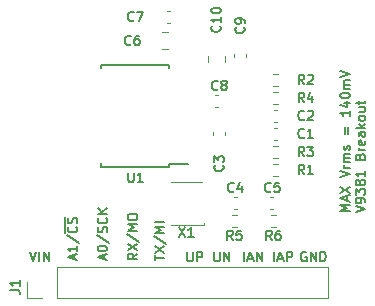
<source format=gbr>
%TF.GenerationSoftware,KiCad,Pcbnew,7.0.7*%
%TF.CreationDate,2025-03-08T19:07:00+10:30*%
%TF.ProjectId,V9381_Breakout,56393338-315f-4427-9265-616b6f75742e,rev?*%
%TF.SameCoordinates,Original*%
%TF.FileFunction,Legend,Top*%
%TF.FilePolarity,Positive*%
%FSLAX46Y46*%
G04 Gerber Fmt 4.6, Leading zero omitted, Abs format (unit mm)*
G04 Created by KiCad (PCBNEW 7.0.7) date 2025-03-08 19:07:00*
%MOMM*%
%LPD*%
G01*
G04 APERTURE LIST*
%ADD10C,0.200000*%
%ADD11C,0.120000*%
%ADD12C,0.150000*%
G04 APERTURE END LIST*
D10*
X137331123Y-104364041D02*
X137331123Y-103983088D01*
X137559695Y-104440231D02*
X136759695Y-104173564D01*
X136759695Y-104173564D02*
X137559695Y-103906898D01*
X137559695Y-103221184D02*
X137559695Y-103678327D01*
X137559695Y-103449755D02*
X136759695Y-103449755D01*
X136759695Y-103449755D02*
X136873980Y-103525946D01*
X136873980Y-103525946D02*
X136950171Y-103602136D01*
X136950171Y-103602136D02*
X136988266Y-103678327D01*
X136721600Y-102306898D02*
X137750171Y-102992612D01*
X137483504Y-101583088D02*
X137521600Y-101621184D01*
X137521600Y-101621184D02*
X137559695Y-101735469D01*
X137559695Y-101735469D02*
X137559695Y-101811660D01*
X137559695Y-101811660D02*
X137521600Y-101925946D01*
X137521600Y-101925946D02*
X137445409Y-102002136D01*
X137445409Y-102002136D02*
X137369219Y-102040231D01*
X137369219Y-102040231D02*
X137216838Y-102078327D01*
X137216838Y-102078327D02*
X137102552Y-102078327D01*
X137102552Y-102078327D02*
X136950171Y-102040231D01*
X136950171Y-102040231D02*
X136873980Y-102002136D01*
X136873980Y-102002136D02*
X136797790Y-101925946D01*
X136797790Y-101925946D02*
X136759695Y-101811660D01*
X136759695Y-101811660D02*
X136759695Y-101735469D01*
X136759695Y-101735469D02*
X136797790Y-101621184D01*
X136797790Y-101621184D02*
X136835885Y-101583088D01*
X137521600Y-101278327D02*
X137559695Y-101164041D01*
X137559695Y-101164041D02*
X137559695Y-100973565D01*
X137559695Y-100973565D02*
X137521600Y-100897374D01*
X137521600Y-100897374D02*
X137483504Y-100859279D01*
X137483504Y-100859279D02*
X137407314Y-100821184D01*
X137407314Y-100821184D02*
X137331123Y-100821184D01*
X137331123Y-100821184D02*
X137254933Y-100859279D01*
X137254933Y-100859279D02*
X137216838Y-100897374D01*
X137216838Y-100897374D02*
X137178742Y-100973565D01*
X137178742Y-100973565D02*
X137140647Y-101125946D01*
X137140647Y-101125946D02*
X137102552Y-101202136D01*
X137102552Y-101202136D02*
X137064457Y-101240231D01*
X137064457Y-101240231D02*
X136988266Y-101278327D01*
X136988266Y-101278327D02*
X136912076Y-101278327D01*
X136912076Y-101278327D02*
X136835885Y-101240231D01*
X136835885Y-101240231D02*
X136797790Y-101202136D01*
X136797790Y-101202136D02*
X136759695Y-101125946D01*
X136759695Y-101125946D02*
X136759695Y-100935469D01*
X136759695Y-100935469D02*
X136797790Y-100821184D01*
X136537600Y-102150708D02*
X136537600Y-100748803D01*
X160655695Y-100261945D02*
X159855695Y-100261945D01*
X159855695Y-100261945D02*
X160427123Y-99995279D01*
X160427123Y-99995279D02*
X159855695Y-99728612D01*
X159855695Y-99728612D02*
X160655695Y-99728612D01*
X160427123Y-99385755D02*
X160427123Y-99004802D01*
X160655695Y-99461945D02*
X159855695Y-99195278D01*
X159855695Y-99195278D02*
X160655695Y-98928612D01*
X159855695Y-98738136D02*
X160655695Y-98204802D01*
X159855695Y-98204802D02*
X160655695Y-98738136D01*
X159855695Y-97404802D02*
X160655695Y-97138135D01*
X160655695Y-97138135D02*
X159855695Y-96871469D01*
X160655695Y-96604802D02*
X160122361Y-96604802D01*
X160274742Y-96604802D02*
X160198552Y-96566707D01*
X160198552Y-96566707D02*
X160160457Y-96528612D01*
X160160457Y-96528612D02*
X160122361Y-96452421D01*
X160122361Y-96452421D02*
X160122361Y-96376231D01*
X160655695Y-96109564D02*
X160122361Y-96109564D01*
X160198552Y-96109564D02*
X160160457Y-96071469D01*
X160160457Y-96071469D02*
X160122361Y-95995279D01*
X160122361Y-95995279D02*
X160122361Y-95880993D01*
X160122361Y-95880993D02*
X160160457Y-95804802D01*
X160160457Y-95804802D02*
X160236647Y-95766707D01*
X160236647Y-95766707D02*
X160655695Y-95766707D01*
X160236647Y-95766707D02*
X160160457Y-95728612D01*
X160160457Y-95728612D02*
X160122361Y-95652421D01*
X160122361Y-95652421D02*
X160122361Y-95538136D01*
X160122361Y-95538136D02*
X160160457Y-95461945D01*
X160160457Y-95461945D02*
X160236647Y-95423850D01*
X160236647Y-95423850D02*
X160655695Y-95423850D01*
X160617600Y-95080993D02*
X160655695Y-95004802D01*
X160655695Y-95004802D02*
X160655695Y-94852421D01*
X160655695Y-94852421D02*
X160617600Y-94776231D01*
X160617600Y-94776231D02*
X160541409Y-94738135D01*
X160541409Y-94738135D02*
X160503314Y-94738135D01*
X160503314Y-94738135D02*
X160427123Y-94776231D01*
X160427123Y-94776231D02*
X160389028Y-94852421D01*
X160389028Y-94852421D02*
X160389028Y-94966707D01*
X160389028Y-94966707D02*
X160350933Y-95042897D01*
X160350933Y-95042897D02*
X160274742Y-95080993D01*
X160274742Y-95080993D02*
X160236647Y-95080993D01*
X160236647Y-95080993D02*
X160160457Y-95042897D01*
X160160457Y-95042897D02*
X160122361Y-94966707D01*
X160122361Y-94966707D02*
X160122361Y-94852421D01*
X160122361Y-94852421D02*
X160160457Y-94776231D01*
X160236647Y-93785754D02*
X160236647Y-93176231D01*
X160465219Y-93176231D02*
X160465219Y-93785754D01*
X160655695Y-91766707D02*
X160655695Y-92223850D01*
X160655695Y-91995278D02*
X159855695Y-91995278D01*
X159855695Y-91995278D02*
X159969980Y-92071469D01*
X159969980Y-92071469D02*
X160046171Y-92147659D01*
X160046171Y-92147659D02*
X160084266Y-92223850D01*
X160122361Y-91080992D02*
X160655695Y-91080992D01*
X159817600Y-91271468D02*
X160389028Y-91461945D01*
X160389028Y-91461945D02*
X160389028Y-90966706D01*
X159855695Y-90509563D02*
X159855695Y-90433373D01*
X159855695Y-90433373D02*
X159893790Y-90357182D01*
X159893790Y-90357182D02*
X159931885Y-90319087D01*
X159931885Y-90319087D02*
X160008076Y-90280992D01*
X160008076Y-90280992D02*
X160160457Y-90242897D01*
X160160457Y-90242897D02*
X160350933Y-90242897D01*
X160350933Y-90242897D02*
X160503314Y-90280992D01*
X160503314Y-90280992D02*
X160579504Y-90319087D01*
X160579504Y-90319087D02*
X160617600Y-90357182D01*
X160617600Y-90357182D02*
X160655695Y-90433373D01*
X160655695Y-90433373D02*
X160655695Y-90509563D01*
X160655695Y-90509563D02*
X160617600Y-90585754D01*
X160617600Y-90585754D02*
X160579504Y-90623849D01*
X160579504Y-90623849D02*
X160503314Y-90661944D01*
X160503314Y-90661944D02*
X160350933Y-90700040D01*
X160350933Y-90700040D02*
X160160457Y-90700040D01*
X160160457Y-90700040D02*
X160008076Y-90661944D01*
X160008076Y-90661944D02*
X159931885Y-90623849D01*
X159931885Y-90623849D02*
X159893790Y-90585754D01*
X159893790Y-90585754D02*
X159855695Y-90509563D01*
X160655695Y-89900039D02*
X160122361Y-89900039D01*
X160198552Y-89900039D02*
X160160457Y-89861944D01*
X160160457Y-89861944D02*
X160122361Y-89785754D01*
X160122361Y-89785754D02*
X160122361Y-89671468D01*
X160122361Y-89671468D02*
X160160457Y-89595277D01*
X160160457Y-89595277D02*
X160236647Y-89557182D01*
X160236647Y-89557182D02*
X160655695Y-89557182D01*
X160236647Y-89557182D02*
X160160457Y-89519087D01*
X160160457Y-89519087D02*
X160122361Y-89442896D01*
X160122361Y-89442896D02*
X160122361Y-89328611D01*
X160122361Y-89328611D02*
X160160457Y-89252420D01*
X160160457Y-89252420D02*
X160236647Y-89214325D01*
X160236647Y-89214325D02*
X160655695Y-89214325D01*
X159855695Y-88947658D02*
X160655695Y-88680991D01*
X160655695Y-88680991D02*
X159855695Y-88414325D01*
X161143695Y-100376231D02*
X161943695Y-100109564D01*
X161943695Y-100109564D02*
X161143695Y-99842898D01*
X161943695Y-99538136D02*
X161943695Y-99385755D01*
X161943695Y-99385755D02*
X161905600Y-99309565D01*
X161905600Y-99309565D02*
X161867504Y-99271469D01*
X161867504Y-99271469D02*
X161753219Y-99195279D01*
X161753219Y-99195279D02*
X161600838Y-99157184D01*
X161600838Y-99157184D02*
X161296076Y-99157184D01*
X161296076Y-99157184D02*
X161219885Y-99195279D01*
X161219885Y-99195279D02*
X161181790Y-99233374D01*
X161181790Y-99233374D02*
X161143695Y-99309565D01*
X161143695Y-99309565D02*
X161143695Y-99461946D01*
X161143695Y-99461946D02*
X161181790Y-99538136D01*
X161181790Y-99538136D02*
X161219885Y-99576231D01*
X161219885Y-99576231D02*
X161296076Y-99614327D01*
X161296076Y-99614327D02*
X161486552Y-99614327D01*
X161486552Y-99614327D02*
X161562742Y-99576231D01*
X161562742Y-99576231D02*
X161600838Y-99538136D01*
X161600838Y-99538136D02*
X161638933Y-99461946D01*
X161638933Y-99461946D02*
X161638933Y-99309565D01*
X161638933Y-99309565D02*
X161600838Y-99233374D01*
X161600838Y-99233374D02*
X161562742Y-99195279D01*
X161562742Y-99195279D02*
X161486552Y-99157184D01*
X161143695Y-98890517D02*
X161143695Y-98395279D01*
X161143695Y-98395279D02*
X161448457Y-98661945D01*
X161448457Y-98661945D02*
X161448457Y-98547660D01*
X161448457Y-98547660D02*
X161486552Y-98471469D01*
X161486552Y-98471469D02*
X161524647Y-98433374D01*
X161524647Y-98433374D02*
X161600838Y-98395279D01*
X161600838Y-98395279D02*
X161791314Y-98395279D01*
X161791314Y-98395279D02*
X161867504Y-98433374D01*
X161867504Y-98433374D02*
X161905600Y-98471469D01*
X161905600Y-98471469D02*
X161943695Y-98547660D01*
X161943695Y-98547660D02*
X161943695Y-98776231D01*
X161943695Y-98776231D02*
X161905600Y-98852422D01*
X161905600Y-98852422D02*
X161867504Y-98890517D01*
X161486552Y-97938136D02*
X161448457Y-98014326D01*
X161448457Y-98014326D02*
X161410361Y-98052421D01*
X161410361Y-98052421D02*
X161334171Y-98090517D01*
X161334171Y-98090517D02*
X161296076Y-98090517D01*
X161296076Y-98090517D02*
X161219885Y-98052421D01*
X161219885Y-98052421D02*
X161181790Y-98014326D01*
X161181790Y-98014326D02*
X161143695Y-97938136D01*
X161143695Y-97938136D02*
X161143695Y-97785755D01*
X161143695Y-97785755D02*
X161181790Y-97709564D01*
X161181790Y-97709564D02*
X161219885Y-97671469D01*
X161219885Y-97671469D02*
X161296076Y-97633374D01*
X161296076Y-97633374D02*
X161334171Y-97633374D01*
X161334171Y-97633374D02*
X161410361Y-97671469D01*
X161410361Y-97671469D02*
X161448457Y-97709564D01*
X161448457Y-97709564D02*
X161486552Y-97785755D01*
X161486552Y-97785755D02*
X161486552Y-97938136D01*
X161486552Y-97938136D02*
X161524647Y-98014326D01*
X161524647Y-98014326D02*
X161562742Y-98052421D01*
X161562742Y-98052421D02*
X161638933Y-98090517D01*
X161638933Y-98090517D02*
X161791314Y-98090517D01*
X161791314Y-98090517D02*
X161867504Y-98052421D01*
X161867504Y-98052421D02*
X161905600Y-98014326D01*
X161905600Y-98014326D02*
X161943695Y-97938136D01*
X161943695Y-97938136D02*
X161943695Y-97785755D01*
X161943695Y-97785755D02*
X161905600Y-97709564D01*
X161905600Y-97709564D02*
X161867504Y-97671469D01*
X161867504Y-97671469D02*
X161791314Y-97633374D01*
X161791314Y-97633374D02*
X161638933Y-97633374D01*
X161638933Y-97633374D02*
X161562742Y-97671469D01*
X161562742Y-97671469D02*
X161524647Y-97709564D01*
X161524647Y-97709564D02*
X161486552Y-97785755D01*
X161943695Y-96871469D02*
X161943695Y-97328612D01*
X161943695Y-97100040D02*
X161143695Y-97100040D01*
X161143695Y-97100040D02*
X161257980Y-97176231D01*
X161257980Y-97176231D02*
X161334171Y-97252421D01*
X161334171Y-97252421D02*
X161372266Y-97328612D01*
X161524647Y-95652421D02*
X161562742Y-95538135D01*
X161562742Y-95538135D02*
X161600838Y-95500040D01*
X161600838Y-95500040D02*
X161677028Y-95461944D01*
X161677028Y-95461944D02*
X161791314Y-95461944D01*
X161791314Y-95461944D02*
X161867504Y-95500040D01*
X161867504Y-95500040D02*
X161905600Y-95538135D01*
X161905600Y-95538135D02*
X161943695Y-95614325D01*
X161943695Y-95614325D02*
X161943695Y-95919087D01*
X161943695Y-95919087D02*
X161143695Y-95919087D01*
X161143695Y-95919087D02*
X161143695Y-95652421D01*
X161143695Y-95652421D02*
X161181790Y-95576230D01*
X161181790Y-95576230D02*
X161219885Y-95538135D01*
X161219885Y-95538135D02*
X161296076Y-95500040D01*
X161296076Y-95500040D02*
X161372266Y-95500040D01*
X161372266Y-95500040D02*
X161448457Y-95538135D01*
X161448457Y-95538135D02*
X161486552Y-95576230D01*
X161486552Y-95576230D02*
X161524647Y-95652421D01*
X161524647Y-95652421D02*
X161524647Y-95919087D01*
X161943695Y-95119087D02*
X161410361Y-95119087D01*
X161562742Y-95119087D02*
X161486552Y-95080992D01*
X161486552Y-95080992D02*
X161448457Y-95042897D01*
X161448457Y-95042897D02*
X161410361Y-94966706D01*
X161410361Y-94966706D02*
X161410361Y-94890516D01*
X161905600Y-94319087D02*
X161943695Y-94395278D01*
X161943695Y-94395278D02*
X161943695Y-94547659D01*
X161943695Y-94547659D02*
X161905600Y-94623849D01*
X161905600Y-94623849D02*
X161829409Y-94661945D01*
X161829409Y-94661945D02*
X161524647Y-94661945D01*
X161524647Y-94661945D02*
X161448457Y-94623849D01*
X161448457Y-94623849D02*
X161410361Y-94547659D01*
X161410361Y-94547659D02*
X161410361Y-94395278D01*
X161410361Y-94395278D02*
X161448457Y-94319087D01*
X161448457Y-94319087D02*
X161524647Y-94280992D01*
X161524647Y-94280992D02*
X161600838Y-94280992D01*
X161600838Y-94280992D02*
X161677028Y-94661945D01*
X161943695Y-93595278D02*
X161524647Y-93595278D01*
X161524647Y-93595278D02*
X161448457Y-93633373D01*
X161448457Y-93633373D02*
X161410361Y-93709564D01*
X161410361Y-93709564D02*
X161410361Y-93861945D01*
X161410361Y-93861945D02*
X161448457Y-93938135D01*
X161905600Y-93595278D02*
X161943695Y-93671469D01*
X161943695Y-93671469D02*
X161943695Y-93861945D01*
X161943695Y-93861945D02*
X161905600Y-93938135D01*
X161905600Y-93938135D02*
X161829409Y-93976231D01*
X161829409Y-93976231D02*
X161753219Y-93976231D01*
X161753219Y-93976231D02*
X161677028Y-93938135D01*
X161677028Y-93938135D02*
X161638933Y-93861945D01*
X161638933Y-93861945D02*
X161638933Y-93671469D01*
X161638933Y-93671469D02*
X161600838Y-93595278D01*
X161943695Y-93214325D02*
X161143695Y-93214325D01*
X161638933Y-93138135D02*
X161943695Y-92909563D01*
X161410361Y-92909563D02*
X161715123Y-93214325D01*
X161943695Y-92452421D02*
X161905600Y-92528611D01*
X161905600Y-92528611D02*
X161867504Y-92566706D01*
X161867504Y-92566706D02*
X161791314Y-92604802D01*
X161791314Y-92604802D02*
X161562742Y-92604802D01*
X161562742Y-92604802D02*
X161486552Y-92566706D01*
X161486552Y-92566706D02*
X161448457Y-92528611D01*
X161448457Y-92528611D02*
X161410361Y-92452421D01*
X161410361Y-92452421D02*
X161410361Y-92338135D01*
X161410361Y-92338135D02*
X161448457Y-92261944D01*
X161448457Y-92261944D02*
X161486552Y-92223849D01*
X161486552Y-92223849D02*
X161562742Y-92185754D01*
X161562742Y-92185754D02*
X161791314Y-92185754D01*
X161791314Y-92185754D02*
X161867504Y-92223849D01*
X161867504Y-92223849D02*
X161905600Y-92261944D01*
X161905600Y-92261944D02*
X161943695Y-92338135D01*
X161943695Y-92338135D02*
X161943695Y-92452421D01*
X161410361Y-91500039D02*
X161943695Y-91500039D01*
X161410361Y-91842896D02*
X161829409Y-91842896D01*
X161829409Y-91842896D02*
X161905600Y-91804801D01*
X161905600Y-91804801D02*
X161943695Y-91728611D01*
X161943695Y-91728611D02*
X161943695Y-91614325D01*
X161943695Y-91614325D02*
X161905600Y-91538134D01*
X161905600Y-91538134D02*
X161867504Y-91500039D01*
X161410361Y-91233372D02*
X161410361Y-90928610D01*
X161143695Y-91119086D02*
X161829409Y-91119086D01*
X161829409Y-91119086D02*
X161905600Y-91080991D01*
X161905600Y-91080991D02*
X161943695Y-91004801D01*
X161943695Y-91004801D02*
X161943695Y-90928610D01*
X151706054Y-104539695D02*
X151706054Y-103739695D01*
X152048910Y-104311123D02*
X152429863Y-104311123D01*
X151972720Y-104539695D02*
X152239387Y-103739695D01*
X152239387Y-103739695D02*
X152506053Y-104539695D01*
X152772720Y-104539695D02*
X152772720Y-103739695D01*
X152772720Y-103739695D02*
X153229863Y-104539695D01*
X153229863Y-104539695D02*
X153229863Y-103739695D01*
X144125695Y-104440231D02*
X144125695Y-103983088D01*
X144925695Y-104211660D02*
X144125695Y-104211660D01*
X144125695Y-103792612D02*
X144925695Y-103259278D01*
X144125695Y-103259278D02*
X144925695Y-103792612D01*
X144087600Y-102383088D02*
X145116171Y-103068802D01*
X144925695Y-102116421D02*
X144125695Y-102116421D01*
X144125695Y-102116421D02*
X144697123Y-101849755D01*
X144697123Y-101849755D02*
X144125695Y-101583088D01*
X144125695Y-101583088D02*
X144925695Y-101583088D01*
X144925695Y-101202135D02*
X144125695Y-101202135D01*
X139871123Y-104364041D02*
X139871123Y-103983088D01*
X140099695Y-104440231D02*
X139299695Y-104173564D01*
X139299695Y-104173564D02*
X140099695Y-103906898D01*
X139299695Y-103487850D02*
X139299695Y-103411660D01*
X139299695Y-103411660D02*
X139337790Y-103335469D01*
X139337790Y-103335469D02*
X139375885Y-103297374D01*
X139375885Y-103297374D02*
X139452076Y-103259279D01*
X139452076Y-103259279D02*
X139604457Y-103221184D01*
X139604457Y-103221184D02*
X139794933Y-103221184D01*
X139794933Y-103221184D02*
X139947314Y-103259279D01*
X139947314Y-103259279D02*
X140023504Y-103297374D01*
X140023504Y-103297374D02*
X140061600Y-103335469D01*
X140061600Y-103335469D02*
X140099695Y-103411660D01*
X140099695Y-103411660D02*
X140099695Y-103487850D01*
X140099695Y-103487850D02*
X140061600Y-103564041D01*
X140061600Y-103564041D02*
X140023504Y-103602136D01*
X140023504Y-103602136D02*
X139947314Y-103640231D01*
X139947314Y-103640231D02*
X139794933Y-103678327D01*
X139794933Y-103678327D02*
X139604457Y-103678327D01*
X139604457Y-103678327D02*
X139452076Y-103640231D01*
X139452076Y-103640231D02*
X139375885Y-103602136D01*
X139375885Y-103602136D02*
X139337790Y-103564041D01*
X139337790Y-103564041D02*
X139299695Y-103487850D01*
X139261600Y-102306898D02*
X140290171Y-102992612D01*
X140061600Y-102078327D02*
X140099695Y-101964041D01*
X140099695Y-101964041D02*
X140099695Y-101773565D01*
X140099695Y-101773565D02*
X140061600Y-101697374D01*
X140061600Y-101697374D02*
X140023504Y-101659279D01*
X140023504Y-101659279D02*
X139947314Y-101621184D01*
X139947314Y-101621184D02*
X139871123Y-101621184D01*
X139871123Y-101621184D02*
X139794933Y-101659279D01*
X139794933Y-101659279D02*
X139756838Y-101697374D01*
X139756838Y-101697374D02*
X139718742Y-101773565D01*
X139718742Y-101773565D02*
X139680647Y-101925946D01*
X139680647Y-101925946D02*
X139642552Y-102002136D01*
X139642552Y-102002136D02*
X139604457Y-102040231D01*
X139604457Y-102040231D02*
X139528266Y-102078327D01*
X139528266Y-102078327D02*
X139452076Y-102078327D01*
X139452076Y-102078327D02*
X139375885Y-102040231D01*
X139375885Y-102040231D02*
X139337790Y-102002136D01*
X139337790Y-102002136D02*
X139299695Y-101925946D01*
X139299695Y-101925946D02*
X139299695Y-101735469D01*
X139299695Y-101735469D02*
X139337790Y-101621184D01*
X140023504Y-100821183D02*
X140061600Y-100859279D01*
X140061600Y-100859279D02*
X140099695Y-100973564D01*
X140099695Y-100973564D02*
X140099695Y-101049755D01*
X140099695Y-101049755D02*
X140061600Y-101164041D01*
X140061600Y-101164041D02*
X139985409Y-101240231D01*
X139985409Y-101240231D02*
X139909219Y-101278326D01*
X139909219Y-101278326D02*
X139756838Y-101316422D01*
X139756838Y-101316422D02*
X139642552Y-101316422D01*
X139642552Y-101316422D02*
X139490171Y-101278326D01*
X139490171Y-101278326D02*
X139413980Y-101240231D01*
X139413980Y-101240231D02*
X139337790Y-101164041D01*
X139337790Y-101164041D02*
X139299695Y-101049755D01*
X139299695Y-101049755D02*
X139299695Y-100973564D01*
X139299695Y-100973564D02*
X139337790Y-100859279D01*
X139337790Y-100859279D02*
X139375885Y-100821183D01*
X140099695Y-100478326D02*
X139299695Y-100478326D01*
X140099695Y-100021183D02*
X139642552Y-100364041D01*
X139299695Y-100021183D02*
X139756838Y-100478326D01*
X149166054Y-103739695D02*
X149166054Y-104387314D01*
X149166054Y-104387314D02*
X149204149Y-104463504D01*
X149204149Y-104463504D02*
X149242244Y-104501600D01*
X149242244Y-104501600D02*
X149318435Y-104539695D01*
X149318435Y-104539695D02*
X149470816Y-104539695D01*
X149470816Y-104539695D02*
X149547006Y-104501600D01*
X149547006Y-104501600D02*
X149585101Y-104463504D01*
X149585101Y-104463504D02*
X149623197Y-104387314D01*
X149623197Y-104387314D02*
X149623197Y-103739695D01*
X150004149Y-104539695D02*
X150004149Y-103739695D01*
X150004149Y-103739695D02*
X150461292Y-104539695D01*
X150461292Y-104539695D02*
X150461292Y-103739695D01*
X146880054Y-103739695D02*
X146880054Y-104387314D01*
X146880054Y-104387314D02*
X146918149Y-104463504D01*
X146918149Y-104463504D02*
X146956244Y-104501600D01*
X146956244Y-104501600D02*
X147032435Y-104539695D01*
X147032435Y-104539695D02*
X147184816Y-104539695D01*
X147184816Y-104539695D02*
X147261006Y-104501600D01*
X147261006Y-104501600D02*
X147299101Y-104463504D01*
X147299101Y-104463504D02*
X147337197Y-104387314D01*
X147337197Y-104387314D02*
X147337197Y-103739695D01*
X147718149Y-104539695D02*
X147718149Y-103739695D01*
X147718149Y-103739695D02*
X148022911Y-103739695D01*
X148022911Y-103739695D02*
X148099101Y-103777790D01*
X148099101Y-103777790D02*
X148137196Y-103815885D01*
X148137196Y-103815885D02*
X148175292Y-103892076D01*
X148175292Y-103892076D02*
X148175292Y-104006361D01*
X148175292Y-104006361D02*
X148137196Y-104082552D01*
X148137196Y-104082552D02*
X148099101Y-104120647D01*
X148099101Y-104120647D02*
X148022911Y-104158742D01*
X148022911Y-104158742D02*
X147718149Y-104158742D01*
X142639695Y-103868802D02*
X142258742Y-104135469D01*
X142639695Y-104325945D02*
X141839695Y-104325945D01*
X141839695Y-104325945D02*
X141839695Y-104021183D01*
X141839695Y-104021183D02*
X141877790Y-103944993D01*
X141877790Y-103944993D02*
X141915885Y-103906898D01*
X141915885Y-103906898D02*
X141992076Y-103868802D01*
X141992076Y-103868802D02*
X142106361Y-103868802D01*
X142106361Y-103868802D02*
X142182552Y-103906898D01*
X142182552Y-103906898D02*
X142220647Y-103944993D01*
X142220647Y-103944993D02*
X142258742Y-104021183D01*
X142258742Y-104021183D02*
X142258742Y-104325945D01*
X141839695Y-103602136D02*
X142639695Y-103068802D01*
X141839695Y-103068802D02*
X142639695Y-103602136D01*
X141801600Y-102192612D02*
X142830171Y-102878326D01*
X142639695Y-101925945D02*
X141839695Y-101925945D01*
X141839695Y-101925945D02*
X142411123Y-101659279D01*
X142411123Y-101659279D02*
X141839695Y-101392612D01*
X141839695Y-101392612D02*
X142639695Y-101392612D01*
X141839695Y-100859278D02*
X141839695Y-100706897D01*
X141839695Y-100706897D02*
X141877790Y-100630707D01*
X141877790Y-100630707D02*
X141953980Y-100554516D01*
X141953980Y-100554516D02*
X142106361Y-100516421D01*
X142106361Y-100516421D02*
X142373028Y-100516421D01*
X142373028Y-100516421D02*
X142525409Y-100554516D01*
X142525409Y-100554516D02*
X142601600Y-100630707D01*
X142601600Y-100630707D02*
X142639695Y-100706897D01*
X142639695Y-100706897D02*
X142639695Y-100859278D01*
X142639695Y-100859278D02*
X142601600Y-100935469D01*
X142601600Y-100935469D02*
X142525409Y-101011659D01*
X142525409Y-101011659D02*
X142373028Y-101049755D01*
X142373028Y-101049755D02*
X142106361Y-101049755D01*
X142106361Y-101049755D02*
X141953980Y-101011659D01*
X141953980Y-101011659D02*
X141877790Y-100935469D01*
X141877790Y-100935469D02*
X141839695Y-100859278D01*
X133557768Y-103739695D02*
X133824435Y-104539695D01*
X133824435Y-104539695D02*
X134091101Y-103739695D01*
X134357768Y-104539695D02*
X134357768Y-103739695D01*
X134738720Y-104539695D02*
X134738720Y-103739695D01*
X134738720Y-103739695D02*
X135195863Y-104539695D01*
X135195863Y-104539695D02*
X135195863Y-103739695D01*
X156951101Y-103777790D02*
X156874911Y-103739695D01*
X156874911Y-103739695D02*
X156760625Y-103739695D01*
X156760625Y-103739695D02*
X156646339Y-103777790D01*
X156646339Y-103777790D02*
X156570149Y-103853980D01*
X156570149Y-103853980D02*
X156532054Y-103930171D01*
X156532054Y-103930171D02*
X156493958Y-104082552D01*
X156493958Y-104082552D02*
X156493958Y-104196838D01*
X156493958Y-104196838D02*
X156532054Y-104349219D01*
X156532054Y-104349219D02*
X156570149Y-104425409D01*
X156570149Y-104425409D02*
X156646339Y-104501600D01*
X156646339Y-104501600D02*
X156760625Y-104539695D01*
X156760625Y-104539695D02*
X156836816Y-104539695D01*
X156836816Y-104539695D02*
X156951101Y-104501600D01*
X156951101Y-104501600D02*
X156989197Y-104463504D01*
X156989197Y-104463504D02*
X156989197Y-104196838D01*
X156989197Y-104196838D02*
X156836816Y-104196838D01*
X157332054Y-104539695D02*
X157332054Y-103739695D01*
X157332054Y-103739695D02*
X157789197Y-104539695D01*
X157789197Y-104539695D02*
X157789197Y-103739695D01*
X158170149Y-104539695D02*
X158170149Y-103739695D01*
X158170149Y-103739695D02*
X158360625Y-103739695D01*
X158360625Y-103739695D02*
X158474911Y-103777790D01*
X158474911Y-103777790D02*
X158551101Y-103853980D01*
X158551101Y-103853980D02*
X158589196Y-103930171D01*
X158589196Y-103930171D02*
X158627292Y-104082552D01*
X158627292Y-104082552D02*
X158627292Y-104196838D01*
X158627292Y-104196838D02*
X158589196Y-104349219D01*
X158589196Y-104349219D02*
X158551101Y-104425409D01*
X158551101Y-104425409D02*
X158474911Y-104501600D01*
X158474911Y-104501600D02*
X158360625Y-104539695D01*
X158360625Y-104539695D02*
X158170149Y-104539695D01*
X154246054Y-104539695D02*
X154246054Y-103739695D01*
X154588910Y-104311123D02*
X154969863Y-104311123D01*
X154512720Y-104539695D02*
X154779387Y-103739695D01*
X154779387Y-103739695D02*
X155046053Y-104539695D01*
X155312720Y-104539695D02*
X155312720Y-103739695D01*
X155312720Y-103739695D02*
X155617482Y-103739695D01*
X155617482Y-103739695D02*
X155693672Y-103777790D01*
X155693672Y-103777790D02*
X155731767Y-103815885D01*
X155731767Y-103815885D02*
X155769863Y-103892076D01*
X155769863Y-103892076D02*
X155769863Y-104006361D01*
X155769863Y-104006361D02*
X155731767Y-104082552D01*
X155731767Y-104082552D02*
X155693672Y-104120647D01*
X155693672Y-104120647D02*
X155617482Y-104158742D01*
X155617482Y-104158742D02*
X155312720Y-104158742D01*
X146177380Y-101636695D02*
X146710714Y-102436695D01*
X146710714Y-101636695D02*
X146177380Y-102436695D01*
X147434523Y-102436695D02*
X146977380Y-102436695D01*
X147205952Y-102436695D02*
X147205952Y-101636695D01*
X147205952Y-101636695D02*
X147129761Y-101750980D01*
X147129761Y-101750980D02*
X147053571Y-101827171D01*
X147053571Y-101827171D02*
X146977380Y-101865266D01*
X156775667Y-94009504D02*
X156737571Y-94047600D01*
X156737571Y-94047600D02*
X156623286Y-94085695D01*
X156623286Y-94085695D02*
X156547095Y-94085695D01*
X156547095Y-94085695D02*
X156432809Y-94047600D01*
X156432809Y-94047600D02*
X156356619Y-93971409D01*
X156356619Y-93971409D02*
X156318524Y-93895219D01*
X156318524Y-93895219D02*
X156280428Y-93742838D01*
X156280428Y-93742838D02*
X156280428Y-93628552D01*
X156280428Y-93628552D02*
X156318524Y-93476171D01*
X156318524Y-93476171D02*
X156356619Y-93399980D01*
X156356619Y-93399980D02*
X156432809Y-93323790D01*
X156432809Y-93323790D02*
X156547095Y-93285695D01*
X156547095Y-93285695D02*
X156623286Y-93285695D01*
X156623286Y-93285695D02*
X156737571Y-93323790D01*
X156737571Y-93323790D02*
X156775667Y-93361885D01*
X157537571Y-94085695D02*
X157080428Y-94085695D01*
X157309000Y-94085695D02*
X157309000Y-93285695D01*
X157309000Y-93285695D02*
X157232809Y-93399980D01*
X157232809Y-93399980D02*
X157156619Y-93476171D01*
X157156619Y-93476171D02*
X157080428Y-93514266D01*
X156775667Y-97133695D02*
X156509000Y-96752742D01*
X156318524Y-97133695D02*
X156318524Y-96333695D01*
X156318524Y-96333695D02*
X156623286Y-96333695D01*
X156623286Y-96333695D02*
X156699476Y-96371790D01*
X156699476Y-96371790D02*
X156737571Y-96409885D01*
X156737571Y-96409885D02*
X156775667Y-96486076D01*
X156775667Y-96486076D02*
X156775667Y-96600361D01*
X156775667Y-96600361D02*
X156737571Y-96676552D01*
X156737571Y-96676552D02*
X156699476Y-96714647D01*
X156699476Y-96714647D02*
X156623286Y-96752742D01*
X156623286Y-96752742D02*
X156318524Y-96752742D01*
X157537571Y-97133695D02*
X157080428Y-97133695D01*
X157309000Y-97133695D02*
X157309000Y-96333695D01*
X157309000Y-96333695D02*
X157232809Y-96447980D01*
X157232809Y-96447980D02*
X157156619Y-96524171D01*
X157156619Y-96524171D02*
X157080428Y-96562266D01*
X156775667Y-95609695D02*
X156509000Y-95228742D01*
X156318524Y-95609695D02*
X156318524Y-94809695D01*
X156318524Y-94809695D02*
X156623286Y-94809695D01*
X156623286Y-94809695D02*
X156699476Y-94847790D01*
X156699476Y-94847790D02*
X156737571Y-94885885D01*
X156737571Y-94885885D02*
X156775667Y-94962076D01*
X156775667Y-94962076D02*
X156775667Y-95076361D01*
X156775667Y-95076361D02*
X156737571Y-95152552D01*
X156737571Y-95152552D02*
X156699476Y-95190647D01*
X156699476Y-95190647D02*
X156623286Y-95228742D01*
X156623286Y-95228742D02*
X156318524Y-95228742D01*
X157042333Y-94809695D02*
X157537571Y-94809695D01*
X157537571Y-94809695D02*
X157270905Y-95114457D01*
X157270905Y-95114457D02*
X157385190Y-95114457D01*
X157385190Y-95114457D02*
X157461381Y-95152552D01*
X157461381Y-95152552D02*
X157499476Y-95190647D01*
X157499476Y-95190647D02*
X157537571Y-95266838D01*
X157537571Y-95266838D02*
X157537571Y-95457314D01*
X157537571Y-95457314D02*
X157499476Y-95533504D01*
X157499476Y-95533504D02*
X157461381Y-95571600D01*
X157461381Y-95571600D02*
X157385190Y-95609695D01*
X157385190Y-95609695D02*
X157156619Y-95609695D01*
X157156619Y-95609695D02*
X157080428Y-95571600D01*
X157080428Y-95571600D02*
X157042333Y-95533504D01*
X149889504Y-96399332D02*
X149927600Y-96437428D01*
X149927600Y-96437428D02*
X149965695Y-96551713D01*
X149965695Y-96551713D02*
X149965695Y-96627904D01*
X149965695Y-96627904D02*
X149927600Y-96742190D01*
X149927600Y-96742190D02*
X149851409Y-96818380D01*
X149851409Y-96818380D02*
X149775219Y-96856475D01*
X149775219Y-96856475D02*
X149622838Y-96894571D01*
X149622838Y-96894571D02*
X149508552Y-96894571D01*
X149508552Y-96894571D02*
X149356171Y-96856475D01*
X149356171Y-96856475D02*
X149279980Y-96818380D01*
X149279980Y-96818380D02*
X149203790Y-96742190D01*
X149203790Y-96742190D02*
X149165695Y-96627904D01*
X149165695Y-96627904D02*
X149165695Y-96551713D01*
X149165695Y-96551713D02*
X149203790Y-96437428D01*
X149203790Y-96437428D02*
X149241885Y-96399332D01*
X149165695Y-96132666D02*
X149165695Y-95637428D01*
X149165695Y-95637428D02*
X149470457Y-95904094D01*
X149470457Y-95904094D02*
X149470457Y-95789809D01*
X149470457Y-95789809D02*
X149508552Y-95713618D01*
X149508552Y-95713618D02*
X149546647Y-95675523D01*
X149546647Y-95675523D02*
X149622838Y-95637428D01*
X149622838Y-95637428D02*
X149813314Y-95637428D01*
X149813314Y-95637428D02*
X149889504Y-95675523D01*
X149889504Y-95675523D02*
X149927600Y-95713618D01*
X149927600Y-95713618D02*
X149965695Y-95789809D01*
X149965695Y-95789809D02*
X149965695Y-96018380D01*
X149965695Y-96018380D02*
X149927600Y-96094571D01*
X149927600Y-96094571D02*
X149889504Y-96132666D01*
X149635504Y-84588285D02*
X149673600Y-84626381D01*
X149673600Y-84626381D02*
X149711695Y-84740666D01*
X149711695Y-84740666D02*
X149711695Y-84816857D01*
X149711695Y-84816857D02*
X149673600Y-84931143D01*
X149673600Y-84931143D02*
X149597409Y-85007333D01*
X149597409Y-85007333D02*
X149521219Y-85045428D01*
X149521219Y-85045428D02*
X149368838Y-85083524D01*
X149368838Y-85083524D02*
X149254552Y-85083524D01*
X149254552Y-85083524D02*
X149102171Y-85045428D01*
X149102171Y-85045428D02*
X149025980Y-85007333D01*
X149025980Y-85007333D02*
X148949790Y-84931143D01*
X148949790Y-84931143D02*
X148911695Y-84816857D01*
X148911695Y-84816857D02*
X148911695Y-84740666D01*
X148911695Y-84740666D02*
X148949790Y-84626381D01*
X148949790Y-84626381D02*
X148987885Y-84588285D01*
X149711695Y-83826381D02*
X149711695Y-84283524D01*
X149711695Y-84054952D02*
X148911695Y-84054952D01*
X148911695Y-84054952D02*
X149025980Y-84131143D01*
X149025980Y-84131143D02*
X149102171Y-84207333D01*
X149102171Y-84207333D02*
X149140266Y-84283524D01*
X148911695Y-83331142D02*
X148911695Y-83254952D01*
X148911695Y-83254952D02*
X148949790Y-83178761D01*
X148949790Y-83178761D02*
X148987885Y-83140666D01*
X148987885Y-83140666D02*
X149064076Y-83102571D01*
X149064076Y-83102571D02*
X149216457Y-83064476D01*
X149216457Y-83064476D02*
X149406933Y-83064476D01*
X149406933Y-83064476D02*
X149559314Y-83102571D01*
X149559314Y-83102571D02*
X149635504Y-83140666D01*
X149635504Y-83140666D02*
X149673600Y-83178761D01*
X149673600Y-83178761D02*
X149711695Y-83254952D01*
X149711695Y-83254952D02*
X149711695Y-83331142D01*
X149711695Y-83331142D02*
X149673600Y-83407333D01*
X149673600Y-83407333D02*
X149635504Y-83445428D01*
X149635504Y-83445428D02*
X149559314Y-83483523D01*
X149559314Y-83483523D02*
X149406933Y-83521619D01*
X149406933Y-83521619D02*
X149216457Y-83521619D01*
X149216457Y-83521619D02*
X149064076Y-83483523D01*
X149064076Y-83483523D02*
X148987885Y-83445428D01*
X148987885Y-83445428D02*
X148949790Y-83407333D01*
X148949790Y-83407333D02*
X148911695Y-83331142D01*
X154044667Y-102721695D02*
X153778000Y-102340742D01*
X153587524Y-102721695D02*
X153587524Y-101921695D01*
X153587524Y-101921695D02*
X153892286Y-101921695D01*
X153892286Y-101921695D02*
X153968476Y-101959790D01*
X153968476Y-101959790D02*
X154006571Y-101997885D01*
X154006571Y-101997885D02*
X154044667Y-102074076D01*
X154044667Y-102074076D02*
X154044667Y-102188361D01*
X154044667Y-102188361D02*
X154006571Y-102264552D01*
X154006571Y-102264552D02*
X153968476Y-102302647D01*
X153968476Y-102302647D02*
X153892286Y-102340742D01*
X153892286Y-102340742D02*
X153587524Y-102340742D01*
X154730381Y-101921695D02*
X154578000Y-101921695D01*
X154578000Y-101921695D02*
X154501809Y-101959790D01*
X154501809Y-101959790D02*
X154463714Y-101997885D01*
X154463714Y-101997885D02*
X154387524Y-102112171D01*
X154387524Y-102112171D02*
X154349428Y-102264552D01*
X154349428Y-102264552D02*
X154349428Y-102569314D01*
X154349428Y-102569314D02*
X154387524Y-102645504D01*
X154387524Y-102645504D02*
X154425619Y-102683600D01*
X154425619Y-102683600D02*
X154501809Y-102721695D01*
X154501809Y-102721695D02*
X154654190Y-102721695D01*
X154654190Y-102721695D02*
X154730381Y-102683600D01*
X154730381Y-102683600D02*
X154768476Y-102645504D01*
X154768476Y-102645504D02*
X154806571Y-102569314D01*
X154806571Y-102569314D02*
X154806571Y-102378838D01*
X154806571Y-102378838D02*
X154768476Y-102302647D01*
X154768476Y-102302647D02*
X154730381Y-102264552D01*
X154730381Y-102264552D02*
X154654190Y-102226457D01*
X154654190Y-102226457D02*
X154501809Y-102226457D01*
X154501809Y-102226457D02*
X154425619Y-102264552D01*
X154425619Y-102264552D02*
X154387524Y-102302647D01*
X154387524Y-102302647D02*
X154349428Y-102378838D01*
X131893695Y-106946666D02*
X132465123Y-106946666D01*
X132465123Y-106946666D02*
X132579409Y-106984761D01*
X132579409Y-106984761D02*
X132655600Y-107060952D01*
X132655600Y-107060952D02*
X132693695Y-107175237D01*
X132693695Y-107175237D02*
X132693695Y-107251428D01*
X132693695Y-106146666D02*
X132693695Y-106603809D01*
X132693695Y-106375237D02*
X131893695Y-106375237D01*
X131893695Y-106375237D02*
X132007980Y-106451428D01*
X132007980Y-106451428D02*
X132084171Y-106527618D01*
X132084171Y-106527618D02*
X132122266Y-106603809D01*
X142360667Y-84103504D02*
X142322571Y-84141600D01*
X142322571Y-84141600D02*
X142208286Y-84179695D01*
X142208286Y-84179695D02*
X142132095Y-84179695D01*
X142132095Y-84179695D02*
X142017809Y-84141600D01*
X142017809Y-84141600D02*
X141941619Y-84065409D01*
X141941619Y-84065409D02*
X141903524Y-83989219D01*
X141903524Y-83989219D02*
X141865428Y-83836838D01*
X141865428Y-83836838D02*
X141865428Y-83722552D01*
X141865428Y-83722552D02*
X141903524Y-83570171D01*
X141903524Y-83570171D02*
X141941619Y-83493980D01*
X141941619Y-83493980D02*
X142017809Y-83417790D01*
X142017809Y-83417790D02*
X142132095Y-83379695D01*
X142132095Y-83379695D02*
X142208286Y-83379695D01*
X142208286Y-83379695D02*
X142322571Y-83417790D01*
X142322571Y-83417790D02*
X142360667Y-83455885D01*
X142627333Y-83379695D02*
X143160667Y-83379695D01*
X143160667Y-83379695D02*
X142817809Y-84179695D01*
X150830667Y-98581504D02*
X150792571Y-98619600D01*
X150792571Y-98619600D02*
X150678286Y-98657695D01*
X150678286Y-98657695D02*
X150602095Y-98657695D01*
X150602095Y-98657695D02*
X150487809Y-98619600D01*
X150487809Y-98619600D02*
X150411619Y-98543409D01*
X150411619Y-98543409D02*
X150373524Y-98467219D01*
X150373524Y-98467219D02*
X150335428Y-98314838D01*
X150335428Y-98314838D02*
X150335428Y-98200552D01*
X150335428Y-98200552D02*
X150373524Y-98048171D01*
X150373524Y-98048171D02*
X150411619Y-97971980D01*
X150411619Y-97971980D02*
X150487809Y-97895790D01*
X150487809Y-97895790D02*
X150602095Y-97857695D01*
X150602095Y-97857695D02*
X150678286Y-97857695D01*
X150678286Y-97857695D02*
X150792571Y-97895790D01*
X150792571Y-97895790D02*
X150830667Y-97933885D01*
X151516381Y-98124361D02*
X151516381Y-98657695D01*
X151325905Y-97819600D02*
X151135428Y-98391028D01*
X151135428Y-98391028D02*
X151630667Y-98391028D01*
X156775667Y-91037695D02*
X156509000Y-90656742D01*
X156318524Y-91037695D02*
X156318524Y-90237695D01*
X156318524Y-90237695D02*
X156623286Y-90237695D01*
X156623286Y-90237695D02*
X156699476Y-90275790D01*
X156699476Y-90275790D02*
X156737571Y-90313885D01*
X156737571Y-90313885D02*
X156775667Y-90390076D01*
X156775667Y-90390076D02*
X156775667Y-90504361D01*
X156775667Y-90504361D02*
X156737571Y-90580552D01*
X156737571Y-90580552D02*
X156699476Y-90618647D01*
X156699476Y-90618647D02*
X156623286Y-90656742D01*
X156623286Y-90656742D02*
X156318524Y-90656742D01*
X157461381Y-90504361D02*
X157461381Y-91037695D01*
X157270905Y-90199600D02*
X157080428Y-90771028D01*
X157080428Y-90771028D02*
X157575667Y-90771028D01*
X149472667Y-89945504D02*
X149434571Y-89983600D01*
X149434571Y-89983600D02*
X149320286Y-90021695D01*
X149320286Y-90021695D02*
X149244095Y-90021695D01*
X149244095Y-90021695D02*
X149129809Y-89983600D01*
X149129809Y-89983600D02*
X149053619Y-89907409D01*
X149053619Y-89907409D02*
X149015524Y-89831219D01*
X149015524Y-89831219D02*
X148977428Y-89678838D01*
X148977428Y-89678838D02*
X148977428Y-89564552D01*
X148977428Y-89564552D02*
X149015524Y-89412171D01*
X149015524Y-89412171D02*
X149053619Y-89335980D01*
X149053619Y-89335980D02*
X149129809Y-89259790D01*
X149129809Y-89259790D02*
X149244095Y-89221695D01*
X149244095Y-89221695D02*
X149320286Y-89221695D01*
X149320286Y-89221695D02*
X149434571Y-89259790D01*
X149434571Y-89259790D02*
X149472667Y-89297885D01*
X149929809Y-89564552D02*
X149853619Y-89526457D01*
X149853619Y-89526457D02*
X149815524Y-89488361D01*
X149815524Y-89488361D02*
X149777428Y-89412171D01*
X149777428Y-89412171D02*
X149777428Y-89374076D01*
X149777428Y-89374076D02*
X149815524Y-89297885D01*
X149815524Y-89297885D02*
X149853619Y-89259790D01*
X149853619Y-89259790D02*
X149929809Y-89221695D01*
X149929809Y-89221695D02*
X150082190Y-89221695D01*
X150082190Y-89221695D02*
X150158381Y-89259790D01*
X150158381Y-89259790D02*
X150196476Y-89297885D01*
X150196476Y-89297885D02*
X150234571Y-89374076D01*
X150234571Y-89374076D02*
X150234571Y-89412171D01*
X150234571Y-89412171D02*
X150196476Y-89488361D01*
X150196476Y-89488361D02*
X150158381Y-89526457D01*
X150158381Y-89526457D02*
X150082190Y-89564552D01*
X150082190Y-89564552D02*
X149929809Y-89564552D01*
X149929809Y-89564552D02*
X149853619Y-89602647D01*
X149853619Y-89602647D02*
X149815524Y-89640742D01*
X149815524Y-89640742D02*
X149777428Y-89716933D01*
X149777428Y-89716933D02*
X149777428Y-89869314D01*
X149777428Y-89869314D02*
X149815524Y-89945504D01*
X149815524Y-89945504D02*
X149853619Y-89983600D01*
X149853619Y-89983600D02*
X149929809Y-90021695D01*
X149929809Y-90021695D02*
X150082190Y-90021695D01*
X150082190Y-90021695D02*
X150158381Y-89983600D01*
X150158381Y-89983600D02*
X150196476Y-89945504D01*
X150196476Y-89945504D02*
X150234571Y-89869314D01*
X150234571Y-89869314D02*
X150234571Y-89716933D01*
X150234571Y-89716933D02*
X150196476Y-89640742D01*
X150196476Y-89640742D02*
X150158381Y-89602647D01*
X150158381Y-89602647D02*
X150082190Y-89564552D01*
X151667504Y-84715332D02*
X151705600Y-84753428D01*
X151705600Y-84753428D02*
X151743695Y-84867713D01*
X151743695Y-84867713D02*
X151743695Y-84943904D01*
X151743695Y-84943904D02*
X151705600Y-85058190D01*
X151705600Y-85058190D02*
X151629409Y-85134380D01*
X151629409Y-85134380D02*
X151553219Y-85172475D01*
X151553219Y-85172475D02*
X151400838Y-85210571D01*
X151400838Y-85210571D02*
X151286552Y-85210571D01*
X151286552Y-85210571D02*
X151134171Y-85172475D01*
X151134171Y-85172475D02*
X151057980Y-85134380D01*
X151057980Y-85134380D02*
X150981790Y-85058190D01*
X150981790Y-85058190D02*
X150943695Y-84943904D01*
X150943695Y-84943904D02*
X150943695Y-84867713D01*
X150943695Y-84867713D02*
X150981790Y-84753428D01*
X150981790Y-84753428D02*
X151019885Y-84715332D01*
X151743695Y-84334380D02*
X151743695Y-84181999D01*
X151743695Y-84181999D02*
X151705600Y-84105809D01*
X151705600Y-84105809D02*
X151667504Y-84067713D01*
X151667504Y-84067713D02*
X151553219Y-83991523D01*
X151553219Y-83991523D02*
X151400838Y-83953428D01*
X151400838Y-83953428D02*
X151096076Y-83953428D01*
X151096076Y-83953428D02*
X151019885Y-83991523D01*
X151019885Y-83991523D02*
X150981790Y-84029618D01*
X150981790Y-84029618D02*
X150943695Y-84105809D01*
X150943695Y-84105809D02*
X150943695Y-84258190D01*
X150943695Y-84258190D02*
X150981790Y-84334380D01*
X150981790Y-84334380D02*
X151019885Y-84372475D01*
X151019885Y-84372475D02*
X151096076Y-84410571D01*
X151096076Y-84410571D02*
X151286552Y-84410571D01*
X151286552Y-84410571D02*
X151362742Y-84372475D01*
X151362742Y-84372475D02*
X151400838Y-84334380D01*
X151400838Y-84334380D02*
X151438933Y-84258190D01*
X151438933Y-84258190D02*
X151438933Y-84105809D01*
X151438933Y-84105809D02*
X151400838Y-84029618D01*
X151400838Y-84029618D02*
X151362742Y-83991523D01*
X151362742Y-83991523D02*
X151286552Y-83953428D01*
X142106667Y-86135504D02*
X142068571Y-86173600D01*
X142068571Y-86173600D02*
X141954286Y-86211695D01*
X141954286Y-86211695D02*
X141878095Y-86211695D01*
X141878095Y-86211695D02*
X141763809Y-86173600D01*
X141763809Y-86173600D02*
X141687619Y-86097409D01*
X141687619Y-86097409D02*
X141649524Y-86021219D01*
X141649524Y-86021219D02*
X141611428Y-85868838D01*
X141611428Y-85868838D02*
X141611428Y-85754552D01*
X141611428Y-85754552D02*
X141649524Y-85602171D01*
X141649524Y-85602171D02*
X141687619Y-85525980D01*
X141687619Y-85525980D02*
X141763809Y-85449790D01*
X141763809Y-85449790D02*
X141878095Y-85411695D01*
X141878095Y-85411695D02*
X141954286Y-85411695D01*
X141954286Y-85411695D02*
X142068571Y-85449790D01*
X142068571Y-85449790D02*
X142106667Y-85487885D01*
X142792381Y-85411695D02*
X142640000Y-85411695D01*
X142640000Y-85411695D02*
X142563809Y-85449790D01*
X142563809Y-85449790D02*
X142525714Y-85487885D01*
X142525714Y-85487885D02*
X142449524Y-85602171D01*
X142449524Y-85602171D02*
X142411428Y-85754552D01*
X142411428Y-85754552D02*
X142411428Y-86059314D01*
X142411428Y-86059314D02*
X142449524Y-86135504D01*
X142449524Y-86135504D02*
X142487619Y-86173600D01*
X142487619Y-86173600D02*
X142563809Y-86211695D01*
X142563809Y-86211695D02*
X142716190Y-86211695D01*
X142716190Y-86211695D02*
X142792381Y-86173600D01*
X142792381Y-86173600D02*
X142830476Y-86135504D01*
X142830476Y-86135504D02*
X142868571Y-86059314D01*
X142868571Y-86059314D02*
X142868571Y-85868838D01*
X142868571Y-85868838D02*
X142830476Y-85792647D01*
X142830476Y-85792647D02*
X142792381Y-85754552D01*
X142792381Y-85754552D02*
X142716190Y-85716457D01*
X142716190Y-85716457D02*
X142563809Y-85716457D01*
X142563809Y-85716457D02*
X142487619Y-85754552D01*
X142487619Y-85754552D02*
X142449524Y-85792647D01*
X142449524Y-85792647D02*
X142411428Y-85868838D01*
X156775667Y-92485504D02*
X156737571Y-92523600D01*
X156737571Y-92523600D02*
X156623286Y-92561695D01*
X156623286Y-92561695D02*
X156547095Y-92561695D01*
X156547095Y-92561695D02*
X156432809Y-92523600D01*
X156432809Y-92523600D02*
X156356619Y-92447409D01*
X156356619Y-92447409D02*
X156318524Y-92371219D01*
X156318524Y-92371219D02*
X156280428Y-92218838D01*
X156280428Y-92218838D02*
X156280428Y-92104552D01*
X156280428Y-92104552D02*
X156318524Y-91952171D01*
X156318524Y-91952171D02*
X156356619Y-91875980D01*
X156356619Y-91875980D02*
X156432809Y-91799790D01*
X156432809Y-91799790D02*
X156547095Y-91761695D01*
X156547095Y-91761695D02*
X156623286Y-91761695D01*
X156623286Y-91761695D02*
X156737571Y-91799790D01*
X156737571Y-91799790D02*
X156775667Y-91837885D01*
X157080428Y-91837885D02*
X157118524Y-91799790D01*
X157118524Y-91799790D02*
X157194714Y-91761695D01*
X157194714Y-91761695D02*
X157385190Y-91761695D01*
X157385190Y-91761695D02*
X157461381Y-91799790D01*
X157461381Y-91799790D02*
X157499476Y-91837885D01*
X157499476Y-91837885D02*
X157537571Y-91914076D01*
X157537571Y-91914076D02*
X157537571Y-91990266D01*
X157537571Y-91990266D02*
X157499476Y-92104552D01*
X157499476Y-92104552D02*
X157042333Y-92561695D01*
X157042333Y-92561695D02*
X157537571Y-92561695D01*
X150742667Y-102721695D02*
X150476000Y-102340742D01*
X150285524Y-102721695D02*
X150285524Y-101921695D01*
X150285524Y-101921695D02*
X150590286Y-101921695D01*
X150590286Y-101921695D02*
X150666476Y-101959790D01*
X150666476Y-101959790D02*
X150704571Y-101997885D01*
X150704571Y-101997885D02*
X150742667Y-102074076D01*
X150742667Y-102074076D02*
X150742667Y-102188361D01*
X150742667Y-102188361D02*
X150704571Y-102264552D01*
X150704571Y-102264552D02*
X150666476Y-102302647D01*
X150666476Y-102302647D02*
X150590286Y-102340742D01*
X150590286Y-102340742D02*
X150285524Y-102340742D01*
X151466476Y-101921695D02*
X151085524Y-101921695D01*
X151085524Y-101921695D02*
X151047428Y-102302647D01*
X151047428Y-102302647D02*
X151085524Y-102264552D01*
X151085524Y-102264552D02*
X151161714Y-102226457D01*
X151161714Y-102226457D02*
X151352190Y-102226457D01*
X151352190Y-102226457D02*
X151428381Y-102264552D01*
X151428381Y-102264552D02*
X151466476Y-102302647D01*
X151466476Y-102302647D02*
X151504571Y-102378838D01*
X151504571Y-102378838D02*
X151504571Y-102569314D01*
X151504571Y-102569314D02*
X151466476Y-102645504D01*
X151466476Y-102645504D02*
X151428381Y-102683600D01*
X151428381Y-102683600D02*
X151352190Y-102721695D01*
X151352190Y-102721695D02*
X151161714Y-102721695D01*
X151161714Y-102721695D02*
X151085524Y-102683600D01*
X151085524Y-102683600D02*
X151047428Y-102645504D01*
X156775667Y-89513695D02*
X156509000Y-89132742D01*
X156318524Y-89513695D02*
X156318524Y-88713695D01*
X156318524Y-88713695D02*
X156623286Y-88713695D01*
X156623286Y-88713695D02*
X156699476Y-88751790D01*
X156699476Y-88751790D02*
X156737571Y-88789885D01*
X156737571Y-88789885D02*
X156775667Y-88866076D01*
X156775667Y-88866076D02*
X156775667Y-88980361D01*
X156775667Y-88980361D02*
X156737571Y-89056552D01*
X156737571Y-89056552D02*
X156699476Y-89094647D01*
X156699476Y-89094647D02*
X156623286Y-89132742D01*
X156623286Y-89132742D02*
X156318524Y-89132742D01*
X157080428Y-88789885D02*
X157118524Y-88751790D01*
X157118524Y-88751790D02*
X157194714Y-88713695D01*
X157194714Y-88713695D02*
X157385190Y-88713695D01*
X157385190Y-88713695D02*
X157461381Y-88751790D01*
X157461381Y-88751790D02*
X157499476Y-88789885D01*
X157499476Y-88789885D02*
X157537571Y-88866076D01*
X157537571Y-88866076D02*
X157537571Y-88942266D01*
X157537571Y-88942266D02*
X157499476Y-89056552D01*
X157499476Y-89056552D02*
X157042333Y-89513695D01*
X157042333Y-89513695D02*
X157537571Y-89513695D01*
X153966667Y-98581504D02*
X153928571Y-98619600D01*
X153928571Y-98619600D02*
X153814286Y-98657695D01*
X153814286Y-98657695D02*
X153738095Y-98657695D01*
X153738095Y-98657695D02*
X153623809Y-98619600D01*
X153623809Y-98619600D02*
X153547619Y-98543409D01*
X153547619Y-98543409D02*
X153509524Y-98467219D01*
X153509524Y-98467219D02*
X153471428Y-98314838D01*
X153471428Y-98314838D02*
X153471428Y-98200552D01*
X153471428Y-98200552D02*
X153509524Y-98048171D01*
X153509524Y-98048171D02*
X153547619Y-97971980D01*
X153547619Y-97971980D02*
X153623809Y-97895790D01*
X153623809Y-97895790D02*
X153738095Y-97857695D01*
X153738095Y-97857695D02*
X153814286Y-97857695D01*
X153814286Y-97857695D02*
X153928571Y-97895790D01*
X153928571Y-97895790D02*
X153966667Y-97933885D01*
X154690476Y-97857695D02*
X154309524Y-97857695D01*
X154309524Y-97857695D02*
X154271428Y-98238647D01*
X154271428Y-98238647D02*
X154309524Y-98200552D01*
X154309524Y-98200552D02*
X154385714Y-98162457D01*
X154385714Y-98162457D02*
X154576190Y-98162457D01*
X154576190Y-98162457D02*
X154652381Y-98200552D01*
X154652381Y-98200552D02*
X154690476Y-98238647D01*
X154690476Y-98238647D02*
X154728571Y-98314838D01*
X154728571Y-98314838D02*
X154728571Y-98505314D01*
X154728571Y-98505314D02*
X154690476Y-98581504D01*
X154690476Y-98581504D02*
X154652381Y-98619600D01*
X154652381Y-98619600D02*
X154576190Y-98657695D01*
X154576190Y-98657695D02*
X154385714Y-98657695D01*
X154385714Y-98657695D02*
X154309524Y-98619600D01*
X154309524Y-98619600D02*
X154271428Y-98581504D01*
X141884476Y-97011695D02*
X141884476Y-97659314D01*
X141884476Y-97659314D02*
X141922571Y-97735504D01*
X141922571Y-97735504D02*
X141960666Y-97773600D01*
X141960666Y-97773600D02*
X142036857Y-97811695D01*
X142036857Y-97811695D02*
X142189238Y-97811695D01*
X142189238Y-97811695D02*
X142265428Y-97773600D01*
X142265428Y-97773600D02*
X142303523Y-97735504D01*
X142303523Y-97735504D02*
X142341619Y-97659314D01*
X142341619Y-97659314D02*
X142341619Y-97011695D01*
X143141618Y-97811695D02*
X142684475Y-97811695D01*
X142913047Y-97811695D02*
X142913047Y-97011695D01*
X142913047Y-97011695D02*
X142836856Y-97125980D01*
X142836856Y-97125980D02*
X142760666Y-97202171D01*
X142760666Y-97202171D02*
X142684475Y-97240266D01*
D11*
%TO.C,X1*%
X148310000Y-101462000D02*
X145525000Y-101462000D01*
X148310000Y-101262000D02*
X148310000Y-101462000D01*
X145525000Y-97792000D02*
X148125000Y-97792000D01*
%TO.C,C1*%
X154241420Y-93216000D02*
X154522580Y-93216000D01*
X154241420Y-94236000D02*
X154522580Y-94236000D01*
%TO.C,R1*%
X154606258Y-97296500D02*
X154131742Y-97296500D01*
X154606258Y-96251500D02*
X154131742Y-96251500D01*
%TO.C,R3*%
X154606258Y-95772500D02*
X154131742Y-95772500D01*
X154606258Y-94727500D02*
X154131742Y-94727500D01*
%TO.C,C3*%
X149096000Y-93866580D02*
X149096000Y-93585420D01*
X150116000Y-93866580D02*
X150116000Y-93585420D01*
%TO.C,C10*%
X148617000Y-87637252D02*
X148617000Y-87114748D01*
X150087000Y-87637252D02*
X150087000Y-87114748D01*
%TO.C,R6*%
X154415258Y-101614500D02*
X153940742Y-101614500D01*
X154415258Y-100569500D02*
X153940742Y-100569500D01*
%TO.C,J1*%
X133290000Y-107629000D02*
X133290000Y-106299000D01*
X134620000Y-107629000D02*
X133290000Y-107629000D01*
X135890000Y-107629000D02*
X158810000Y-107629000D01*
X135890000Y-107629000D02*
X135890000Y-104969000D01*
X158810000Y-107629000D02*
X158810000Y-104969000D01*
X135890000Y-104969000D02*
X158810000Y-104969000D01*
%TO.C,C7*%
X145147420Y-83310000D02*
X145428580Y-83310000D01*
X145147420Y-84330000D02*
X145428580Y-84330000D01*
%TO.C,C4*%
X151104580Y-100078000D02*
X150823420Y-100078000D01*
X151104580Y-99058000D02*
X150823420Y-99058000D01*
%TO.C,R4*%
X154606258Y-91200500D02*
X154131742Y-91200500D01*
X154606258Y-90155500D02*
X154131742Y-90155500D01*
%TO.C,C8*%
X149211420Y-90422000D02*
X149492580Y-90422000D01*
X149211420Y-91442000D02*
X149492580Y-91442000D01*
%TO.C,C9*%
X150874000Y-87262580D02*
X150874000Y-86981420D01*
X151894000Y-87262580D02*
X151894000Y-86981420D01*
%TO.C,C6*%
X144772748Y-85117000D02*
X145295252Y-85117000D01*
X144772748Y-86587000D02*
X145295252Y-86587000D01*
%TO.C,C2*%
X154522580Y-92712000D02*
X154241420Y-92712000D01*
X154522580Y-91692000D02*
X154241420Y-91692000D01*
%TO.C,R5*%
X150638742Y-100569500D02*
X151113258Y-100569500D01*
X150638742Y-101614500D02*
X151113258Y-101614500D01*
%TO.C,R2*%
X154131742Y-88631500D02*
X154606258Y-88631500D01*
X154131742Y-89676500D02*
X154606258Y-89676500D01*
%TO.C,C5*%
X154152580Y-100078000D02*
X153871420Y-100078000D01*
X154152580Y-99058000D02*
X153871420Y-99058000D01*
D12*
%TO.C,U1*%
X145369000Y-96527000D02*
X145369000Y-96302000D01*
X145369000Y-96527000D02*
X139619000Y-96527000D01*
X145369000Y-96302000D02*
X146969000Y-96302000D01*
X145369000Y-87877000D02*
X145369000Y-88177000D01*
X145369000Y-87877000D02*
X139619000Y-87877000D01*
X139619000Y-96527000D02*
X139619000Y-96227000D01*
X139619000Y-87877000D02*
X139619000Y-88177000D01*
%TD*%
M02*

</source>
